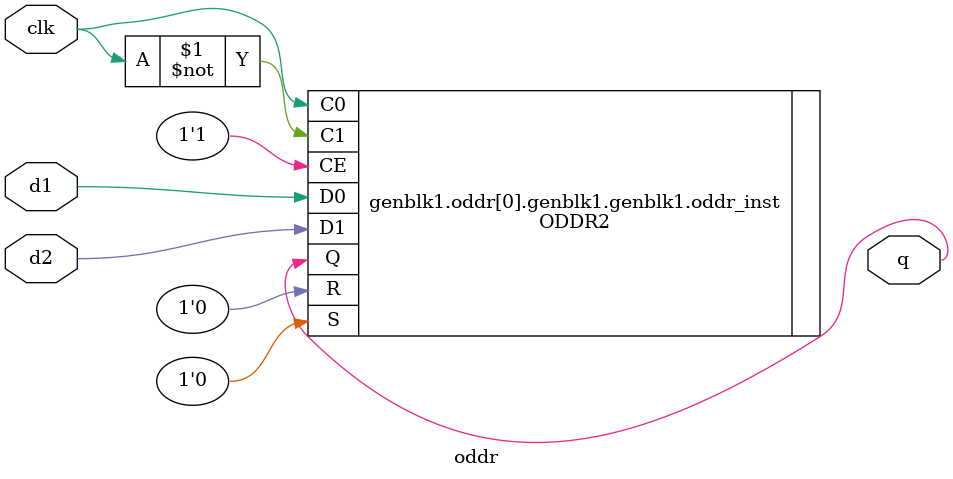
<source format=v>
/*

Copyright (c) 2016-2018 Alex Forencich

Permission is hereby granted, free of charge, to any person obtaining a copy
of this software and associated documentation files (the "Software"), to deal
in the Software without restriction, including without limitation the rights
to use, copy, modify, merge, publish, distribute, sublicense, and/or sell
copies of the Software, and to permit persons to whom the Software is
furnished to do so, subject to the following conditions:

The above copyright notice and this permission notice shall be included in
all copies or substantial portions of the Software.

THE SOFTWARE IS PROVIDED "AS IS", WITHOUT WARRANTY OF ANY KIND, EXPRESS OR
IMPLIED, INCLUDING BUT NOT LIMITED TO THE WARRANTIES OF MERCHANTABILITY
FITNESS FOR A PARTICULAR PURPOSE AND NONINFRINGEMENT. IN NO EVENT SHALL THE
AUTHORS OR COPYRIGHT HOLDERS BE LIABLE FOR ANY CLAIM, DAMAGES OR OTHER
LIABILITY, WHETHER IN AN ACTION OF CONTRACT, TORT OR OTHERWISE, ARISING FROM,
OUT OF OR IN CONNECTION WITH THE SOFTWARE OR THE USE OR OTHER DEALINGS IN
THE SOFTWARE.

*/

// Language: Verilog 2001

`timescale 1ns / 1ps

/*
 * Generic ODDR module
 */
module oddr #
(
    // target ("SIM", "GENERIC", "XILINX", "ALTERA")
    parameter TARGET = "XILINX",
    // IODDR style ("IODDR", "IODDR2")
    // Use IODDR for Virtex-4, Virtex-5, Virtex-6, 7 Series, Ultrascale
    // Use IODDR2 for Spartan-6
    parameter IODDR_STYLE = "IODDR2",
    // Width of register in bits
    parameter WIDTH = 1
)
(
    input  wire             clk,

    input  wire [WIDTH-1:0] d1,
    input  wire [WIDTH-1:0] d2,

    output wire [WIDTH-1:0] q
);

/*

Provides a consistent output DDR flip flop across multiple FPGA families
              _____       _____       _____       _____
    clk  ____/     \_____/     \_____/     \_____/     \_____
         _ ___________ ___________ ___________ ___________ __
    d1   _X____D0_____X____D2_____X____D4_____X____D6_____X__
         _ ___________ ___________ ___________ ___________ __
    d2   _X____D1_____X____D3_____X____D5_____X____D7_____X__
         _____ _____ _____ _____ _____ _____ _____ _____ ____
    d    _____X_D0__X_D1__X_D2__X_D3__X_D4__X_D5__X_D6__X_D7_

*/

genvar n;

generate

if (TARGET == "XILINX") begin
    for (n = 0; n < WIDTH; n = n + 1) begin : oddr
        if (IODDR_STYLE == "IODDR") begin
            ODDR #(
                .DDR_CLK_EDGE("SAME_EDGE"),
                .SRTYPE("ASYNC")
            )
            oddr_inst (
                .Q(q[n]),
                .C(clk),
                .CE(1'b1),
                .D1(d1[n]),
                .D2(d2[n]),
                .R(1'b0),
                .S(1'b0)
            );
        end else if (IODDR_STYLE == "IODDR2") begin
            ODDR2 #(
                .DDR_ALIGNMENT("C0"),
                .SRTYPE("ASYNC")
            )
            oddr_inst (
                .Q(q[n]),
                .C0(clk),
                .C1(~clk),
                .CE(1'b1),
                .D0(d1[n]),
                .D1(d2[n]),
                .R(1'b0),
                .S(1'b0)
            );
        end
    end
end else if (TARGET == "ALTERA") begin
    altddio_out #(
        .WIDTH(WIDTH),
        .POWER_UP_HIGH("OFF"),
        .OE_REG("UNUSED")
    )
    altddio_out_inst (
        .aset(1'b0),
        .datain_h(d1),
        .datain_l(d2),
        .outclocken(1'b1),
        .outclock(clk),
        .aclr(1'b0),
        .dataout(q)
    );
end else begin
    reg [WIDTH-1:0] d_reg_1 = {WIDTH{1'b0}};
    reg [WIDTH-1:0] d_reg_2 = {WIDTH{1'b0}};

    reg [WIDTH-1:0] q_reg = {WIDTH{1'b0}};

    always @(posedge clk) begin
        d_reg_1 <= d1;
        d_reg_2 <= d2;
    end

    always @(posedge clk) begin
        q_reg <= d1;
    end

    always @(negedge clk) begin
        q_reg <= d_reg_2;
    end

    assign q = q_reg;
end

endgenerate

endmodule

</source>
